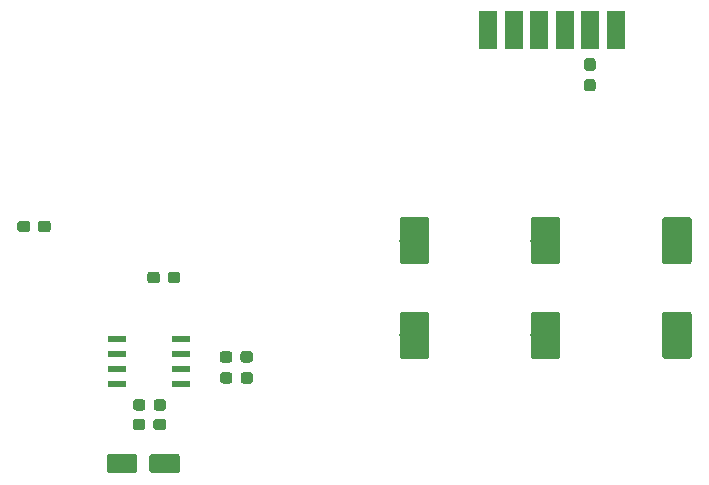
<source format=gtp>
G04 #@! TF.GenerationSoftware,KiCad,Pcbnew,(5.1.0)-1*
G04 #@! TF.CreationDate,2019-06-07T12:29:43-04:00*
G04 #@! TF.ProjectId,PSX Breakout,50535820-4272-4656-916b-6f75742e6b69,rev?*
G04 #@! TF.SameCoordinates,Original*
G04 #@! TF.FileFunction,Paste,Top*
G04 #@! TF.FilePolarity,Positive*
%FSLAX46Y46*%
G04 Gerber Fmt 4.6, Leading zero omitted, Abs format (unit mm)*
G04 Created by KiCad (PCBNEW (5.1.0)-1) date 2019-06-07 12:29:43*
%MOMM*%
%LPD*%
G04 APERTURE LIST*
%ADD10R,1.500000X3.200000*%
%ADD11C,0.100000*%
%ADD12C,0.950000*%
%ADD13C,2.500000*%
%ADD14C,1.600000*%
%ADD15R,1.550000X0.600000*%
G04 APERTURE END LIST*
D10*
X145950000Y-61750000D03*
X135131818Y-61750000D03*
X137295454Y-61750000D03*
X139459090Y-61750000D03*
X141622726Y-61750000D03*
X143786362Y-61750000D03*
D11*
G36*
X96134779Y-77885144D02*
G01*
X96157834Y-77888563D01*
X96180443Y-77894227D01*
X96202387Y-77902079D01*
X96223457Y-77912044D01*
X96243448Y-77924026D01*
X96262168Y-77937910D01*
X96279438Y-77953562D01*
X96295090Y-77970832D01*
X96308974Y-77989552D01*
X96320956Y-78009543D01*
X96330921Y-78030613D01*
X96338773Y-78052557D01*
X96344437Y-78075166D01*
X96347856Y-78098221D01*
X96349000Y-78121500D01*
X96349000Y-78596500D01*
X96347856Y-78619779D01*
X96344437Y-78642834D01*
X96338773Y-78665443D01*
X96330921Y-78687387D01*
X96320956Y-78708457D01*
X96308974Y-78728448D01*
X96295090Y-78747168D01*
X96279438Y-78764438D01*
X96262168Y-78780090D01*
X96243448Y-78793974D01*
X96223457Y-78805956D01*
X96202387Y-78815921D01*
X96180443Y-78823773D01*
X96157834Y-78829437D01*
X96134779Y-78832856D01*
X96111500Y-78834000D01*
X95536500Y-78834000D01*
X95513221Y-78832856D01*
X95490166Y-78829437D01*
X95467557Y-78823773D01*
X95445613Y-78815921D01*
X95424543Y-78805956D01*
X95404552Y-78793974D01*
X95385832Y-78780090D01*
X95368562Y-78764438D01*
X95352910Y-78747168D01*
X95339026Y-78728448D01*
X95327044Y-78708457D01*
X95317079Y-78687387D01*
X95309227Y-78665443D01*
X95303563Y-78642834D01*
X95300144Y-78619779D01*
X95299000Y-78596500D01*
X95299000Y-78121500D01*
X95300144Y-78098221D01*
X95303563Y-78075166D01*
X95309227Y-78052557D01*
X95317079Y-78030613D01*
X95327044Y-78009543D01*
X95339026Y-77989552D01*
X95352910Y-77970832D01*
X95368562Y-77953562D01*
X95385832Y-77937910D01*
X95404552Y-77924026D01*
X95424543Y-77912044D01*
X95445613Y-77902079D01*
X95467557Y-77894227D01*
X95490166Y-77888563D01*
X95513221Y-77885144D01*
X95536500Y-77884000D01*
X96111500Y-77884000D01*
X96134779Y-77885144D01*
X96134779Y-77885144D01*
G37*
D12*
X95824000Y-78359000D03*
D11*
G36*
X97884779Y-77885144D02*
G01*
X97907834Y-77888563D01*
X97930443Y-77894227D01*
X97952387Y-77902079D01*
X97973457Y-77912044D01*
X97993448Y-77924026D01*
X98012168Y-77937910D01*
X98029438Y-77953562D01*
X98045090Y-77970832D01*
X98058974Y-77989552D01*
X98070956Y-78009543D01*
X98080921Y-78030613D01*
X98088773Y-78052557D01*
X98094437Y-78075166D01*
X98097856Y-78098221D01*
X98099000Y-78121500D01*
X98099000Y-78596500D01*
X98097856Y-78619779D01*
X98094437Y-78642834D01*
X98088773Y-78665443D01*
X98080921Y-78687387D01*
X98070956Y-78708457D01*
X98058974Y-78728448D01*
X98045090Y-78747168D01*
X98029438Y-78764438D01*
X98012168Y-78780090D01*
X97993448Y-78793974D01*
X97973457Y-78805956D01*
X97952387Y-78815921D01*
X97930443Y-78823773D01*
X97907834Y-78829437D01*
X97884779Y-78832856D01*
X97861500Y-78834000D01*
X97286500Y-78834000D01*
X97263221Y-78832856D01*
X97240166Y-78829437D01*
X97217557Y-78823773D01*
X97195613Y-78815921D01*
X97174543Y-78805956D01*
X97154552Y-78793974D01*
X97135832Y-78780090D01*
X97118562Y-78764438D01*
X97102910Y-78747168D01*
X97089026Y-78728448D01*
X97077044Y-78708457D01*
X97067079Y-78687387D01*
X97059227Y-78665443D01*
X97053563Y-78642834D01*
X97050144Y-78619779D01*
X97049000Y-78596500D01*
X97049000Y-78121500D01*
X97050144Y-78098221D01*
X97053563Y-78075166D01*
X97059227Y-78052557D01*
X97067079Y-78030613D01*
X97077044Y-78009543D01*
X97089026Y-77989552D01*
X97102910Y-77970832D01*
X97118562Y-77953562D01*
X97135832Y-77937910D01*
X97154552Y-77924026D01*
X97174543Y-77912044D01*
X97195613Y-77902079D01*
X97217557Y-77894227D01*
X97240166Y-77888563D01*
X97263221Y-77885144D01*
X97286500Y-77884000D01*
X97861500Y-77884000D01*
X97884779Y-77885144D01*
X97884779Y-77885144D01*
G37*
D12*
X97574000Y-78359000D03*
D11*
G36*
X141024504Y-77567204D02*
G01*
X141048773Y-77570804D01*
X141072571Y-77576765D01*
X141095671Y-77585030D01*
X141117849Y-77595520D01*
X141138893Y-77608133D01*
X141158598Y-77622747D01*
X141176777Y-77639223D01*
X141193253Y-77657402D01*
X141207867Y-77677107D01*
X141220480Y-77698151D01*
X141230970Y-77720329D01*
X141239235Y-77743429D01*
X141245196Y-77767227D01*
X141248796Y-77791496D01*
X141250000Y-77816000D01*
X141250000Y-81316000D01*
X141248796Y-81340504D01*
X141245196Y-81364773D01*
X141239235Y-81388571D01*
X141230970Y-81411671D01*
X141220480Y-81433849D01*
X141207867Y-81454893D01*
X141193253Y-81474598D01*
X141176777Y-81492777D01*
X141158598Y-81509253D01*
X141138893Y-81523867D01*
X141117849Y-81536480D01*
X141095671Y-81546970D01*
X141072571Y-81555235D01*
X141048773Y-81561196D01*
X141024504Y-81564796D01*
X141000000Y-81566000D01*
X139000000Y-81566000D01*
X138975496Y-81564796D01*
X138951227Y-81561196D01*
X138927429Y-81555235D01*
X138904329Y-81546970D01*
X138882151Y-81536480D01*
X138861107Y-81523867D01*
X138841402Y-81509253D01*
X138823223Y-81492777D01*
X138806747Y-81474598D01*
X138792133Y-81454893D01*
X138779520Y-81433849D01*
X138769030Y-81411671D01*
X138760765Y-81388571D01*
X138754804Y-81364773D01*
X138751204Y-81340504D01*
X138750000Y-81316000D01*
X138750000Y-77816000D01*
X138751204Y-77791496D01*
X138754804Y-77767227D01*
X138760765Y-77743429D01*
X138769030Y-77720329D01*
X138779520Y-77698151D01*
X138792133Y-77677107D01*
X138806747Y-77657402D01*
X138823223Y-77639223D01*
X138841402Y-77622747D01*
X138861107Y-77608133D01*
X138882151Y-77595520D01*
X138904329Y-77585030D01*
X138927429Y-77576765D01*
X138951227Y-77570804D01*
X138975496Y-77567204D01*
X139000000Y-77566000D01*
X141000000Y-77566000D01*
X141024504Y-77567204D01*
X141024504Y-77567204D01*
G37*
D13*
X140000000Y-79566000D03*
D11*
G36*
X141024504Y-85567204D02*
G01*
X141048773Y-85570804D01*
X141072571Y-85576765D01*
X141095671Y-85585030D01*
X141117849Y-85595520D01*
X141138893Y-85608133D01*
X141158598Y-85622747D01*
X141176777Y-85639223D01*
X141193253Y-85657402D01*
X141207867Y-85677107D01*
X141220480Y-85698151D01*
X141230970Y-85720329D01*
X141239235Y-85743429D01*
X141245196Y-85767227D01*
X141248796Y-85791496D01*
X141250000Y-85816000D01*
X141250000Y-89316000D01*
X141248796Y-89340504D01*
X141245196Y-89364773D01*
X141239235Y-89388571D01*
X141230970Y-89411671D01*
X141220480Y-89433849D01*
X141207867Y-89454893D01*
X141193253Y-89474598D01*
X141176777Y-89492777D01*
X141158598Y-89509253D01*
X141138893Y-89523867D01*
X141117849Y-89536480D01*
X141095671Y-89546970D01*
X141072571Y-89555235D01*
X141048773Y-89561196D01*
X141024504Y-89564796D01*
X141000000Y-89566000D01*
X139000000Y-89566000D01*
X138975496Y-89564796D01*
X138951227Y-89561196D01*
X138927429Y-89555235D01*
X138904329Y-89546970D01*
X138882151Y-89536480D01*
X138861107Y-89523867D01*
X138841402Y-89509253D01*
X138823223Y-89492777D01*
X138806747Y-89474598D01*
X138792133Y-89454893D01*
X138779520Y-89433849D01*
X138769030Y-89411671D01*
X138760765Y-89388571D01*
X138754804Y-89364773D01*
X138751204Y-89340504D01*
X138750000Y-89316000D01*
X138750000Y-85816000D01*
X138751204Y-85791496D01*
X138754804Y-85767227D01*
X138760765Y-85743429D01*
X138769030Y-85720329D01*
X138779520Y-85698151D01*
X138792133Y-85677107D01*
X138806747Y-85657402D01*
X138823223Y-85639223D01*
X138841402Y-85622747D01*
X138861107Y-85608133D01*
X138882151Y-85595520D01*
X138904329Y-85585030D01*
X138927429Y-85576765D01*
X138951227Y-85570804D01*
X138975496Y-85567204D01*
X139000000Y-85566000D01*
X141000000Y-85566000D01*
X141024504Y-85567204D01*
X141024504Y-85567204D01*
G37*
D13*
X140000000Y-87566000D03*
D11*
G36*
X152154504Y-85567204D02*
G01*
X152178773Y-85570804D01*
X152202571Y-85576765D01*
X152225671Y-85585030D01*
X152247849Y-85595520D01*
X152268893Y-85608133D01*
X152288598Y-85622747D01*
X152306777Y-85639223D01*
X152323253Y-85657402D01*
X152337867Y-85677107D01*
X152350480Y-85698151D01*
X152360970Y-85720329D01*
X152369235Y-85743429D01*
X152375196Y-85767227D01*
X152378796Y-85791496D01*
X152380000Y-85816000D01*
X152380000Y-89316000D01*
X152378796Y-89340504D01*
X152375196Y-89364773D01*
X152369235Y-89388571D01*
X152360970Y-89411671D01*
X152350480Y-89433849D01*
X152337867Y-89454893D01*
X152323253Y-89474598D01*
X152306777Y-89492777D01*
X152288598Y-89509253D01*
X152268893Y-89523867D01*
X152247849Y-89536480D01*
X152225671Y-89546970D01*
X152202571Y-89555235D01*
X152178773Y-89561196D01*
X152154504Y-89564796D01*
X152130000Y-89566000D01*
X150130000Y-89566000D01*
X150105496Y-89564796D01*
X150081227Y-89561196D01*
X150057429Y-89555235D01*
X150034329Y-89546970D01*
X150012151Y-89536480D01*
X149991107Y-89523867D01*
X149971402Y-89509253D01*
X149953223Y-89492777D01*
X149936747Y-89474598D01*
X149922133Y-89454893D01*
X149909520Y-89433849D01*
X149899030Y-89411671D01*
X149890765Y-89388571D01*
X149884804Y-89364773D01*
X149881204Y-89340504D01*
X149880000Y-89316000D01*
X149880000Y-85816000D01*
X149881204Y-85791496D01*
X149884804Y-85767227D01*
X149890765Y-85743429D01*
X149899030Y-85720329D01*
X149909520Y-85698151D01*
X149922133Y-85677107D01*
X149936747Y-85657402D01*
X149953223Y-85639223D01*
X149971402Y-85622747D01*
X149991107Y-85608133D01*
X150012151Y-85595520D01*
X150034329Y-85585030D01*
X150057429Y-85576765D01*
X150081227Y-85570804D01*
X150105496Y-85567204D01*
X150130000Y-85566000D01*
X152130000Y-85566000D01*
X152154504Y-85567204D01*
X152154504Y-85567204D01*
G37*
D13*
X151130000Y-87566000D03*
D11*
G36*
X152154504Y-77567204D02*
G01*
X152178773Y-77570804D01*
X152202571Y-77576765D01*
X152225671Y-77585030D01*
X152247849Y-77595520D01*
X152268893Y-77608133D01*
X152288598Y-77622747D01*
X152306777Y-77639223D01*
X152323253Y-77657402D01*
X152337867Y-77677107D01*
X152350480Y-77698151D01*
X152360970Y-77720329D01*
X152369235Y-77743429D01*
X152375196Y-77767227D01*
X152378796Y-77791496D01*
X152380000Y-77816000D01*
X152380000Y-81316000D01*
X152378796Y-81340504D01*
X152375196Y-81364773D01*
X152369235Y-81388571D01*
X152360970Y-81411671D01*
X152350480Y-81433849D01*
X152337867Y-81454893D01*
X152323253Y-81474598D01*
X152306777Y-81492777D01*
X152288598Y-81509253D01*
X152268893Y-81523867D01*
X152247849Y-81536480D01*
X152225671Y-81546970D01*
X152202571Y-81555235D01*
X152178773Y-81561196D01*
X152154504Y-81564796D01*
X152130000Y-81566000D01*
X150130000Y-81566000D01*
X150105496Y-81564796D01*
X150081227Y-81561196D01*
X150057429Y-81555235D01*
X150034329Y-81546970D01*
X150012151Y-81536480D01*
X149991107Y-81523867D01*
X149971402Y-81509253D01*
X149953223Y-81492777D01*
X149936747Y-81474598D01*
X149922133Y-81454893D01*
X149909520Y-81433849D01*
X149899030Y-81411671D01*
X149890765Y-81388571D01*
X149884804Y-81364773D01*
X149881204Y-81340504D01*
X149880000Y-81316000D01*
X149880000Y-77816000D01*
X149881204Y-77791496D01*
X149884804Y-77767227D01*
X149890765Y-77743429D01*
X149899030Y-77720329D01*
X149909520Y-77698151D01*
X149922133Y-77677107D01*
X149936747Y-77657402D01*
X149953223Y-77639223D01*
X149971402Y-77622747D01*
X149991107Y-77608133D01*
X150012151Y-77595520D01*
X150034329Y-77585030D01*
X150057429Y-77576765D01*
X150081227Y-77570804D01*
X150105496Y-77567204D01*
X150130000Y-77566000D01*
X152130000Y-77566000D01*
X152154504Y-77567204D01*
X152154504Y-77567204D01*
G37*
D13*
X151130000Y-79566000D03*
D11*
G36*
X129929504Y-77567204D02*
G01*
X129953773Y-77570804D01*
X129977571Y-77576765D01*
X130000671Y-77585030D01*
X130022849Y-77595520D01*
X130043893Y-77608133D01*
X130063598Y-77622747D01*
X130081777Y-77639223D01*
X130098253Y-77657402D01*
X130112867Y-77677107D01*
X130125480Y-77698151D01*
X130135970Y-77720329D01*
X130144235Y-77743429D01*
X130150196Y-77767227D01*
X130153796Y-77791496D01*
X130155000Y-77816000D01*
X130155000Y-81316000D01*
X130153796Y-81340504D01*
X130150196Y-81364773D01*
X130144235Y-81388571D01*
X130135970Y-81411671D01*
X130125480Y-81433849D01*
X130112867Y-81454893D01*
X130098253Y-81474598D01*
X130081777Y-81492777D01*
X130063598Y-81509253D01*
X130043893Y-81523867D01*
X130022849Y-81536480D01*
X130000671Y-81546970D01*
X129977571Y-81555235D01*
X129953773Y-81561196D01*
X129929504Y-81564796D01*
X129905000Y-81566000D01*
X127905000Y-81566000D01*
X127880496Y-81564796D01*
X127856227Y-81561196D01*
X127832429Y-81555235D01*
X127809329Y-81546970D01*
X127787151Y-81536480D01*
X127766107Y-81523867D01*
X127746402Y-81509253D01*
X127728223Y-81492777D01*
X127711747Y-81474598D01*
X127697133Y-81454893D01*
X127684520Y-81433849D01*
X127674030Y-81411671D01*
X127665765Y-81388571D01*
X127659804Y-81364773D01*
X127656204Y-81340504D01*
X127655000Y-81316000D01*
X127655000Y-77816000D01*
X127656204Y-77791496D01*
X127659804Y-77767227D01*
X127665765Y-77743429D01*
X127674030Y-77720329D01*
X127684520Y-77698151D01*
X127697133Y-77677107D01*
X127711747Y-77657402D01*
X127728223Y-77639223D01*
X127746402Y-77622747D01*
X127766107Y-77608133D01*
X127787151Y-77595520D01*
X127809329Y-77585030D01*
X127832429Y-77576765D01*
X127856227Y-77570804D01*
X127880496Y-77567204D01*
X127905000Y-77566000D01*
X129905000Y-77566000D01*
X129929504Y-77567204D01*
X129929504Y-77567204D01*
G37*
D13*
X128905000Y-79566000D03*
D11*
G36*
X129929504Y-85567204D02*
G01*
X129953773Y-85570804D01*
X129977571Y-85576765D01*
X130000671Y-85585030D01*
X130022849Y-85595520D01*
X130043893Y-85608133D01*
X130063598Y-85622747D01*
X130081777Y-85639223D01*
X130098253Y-85657402D01*
X130112867Y-85677107D01*
X130125480Y-85698151D01*
X130135970Y-85720329D01*
X130144235Y-85743429D01*
X130150196Y-85767227D01*
X130153796Y-85791496D01*
X130155000Y-85816000D01*
X130155000Y-89316000D01*
X130153796Y-89340504D01*
X130150196Y-89364773D01*
X130144235Y-89388571D01*
X130135970Y-89411671D01*
X130125480Y-89433849D01*
X130112867Y-89454893D01*
X130098253Y-89474598D01*
X130081777Y-89492777D01*
X130063598Y-89509253D01*
X130043893Y-89523867D01*
X130022849Y-89536480D01*
X130000671Y-89546970D01*
X129977571Y-89555235D01*
X129953773Y-89561196D01*
X129929504Y-89564796D01*
X129905000Y-89566000D01*
X127905000Y-89566000D01*
X127880496Y-89564796D01*
X127856227Y-89561196D01*
X127832429Y-89555235D01*
X127809329Y-89546970D01*
X127787151Y-89536480D01*
X127766107Y-89523867D01*
X127746402Y-89509253D01*
X127728223Y-89492777D01*
X127711747Y-89474598D01*
X127697133Y-89454893D01*
X127684520Y-89433849D01*
X127674030Y-89411671D01*
X127665765Y-89388571D01*
X127659804Y-89364773D01*
X127656204Y-89340504D01*
X127655000Y-89316000D01*
X127655000Y-85816000D01*
X127656204Y-85791496D01*
X127659804Y-85767227D01*
X127665765Y-85743429D01*
X127674030Y-85720329D01*
X127684520Y-85698151D01*
X127697133Y-85677107D01*
X127711747Y-85657402D01*
X127728223Y-85639223D01*
X127746402Y-85622747D01*
X127766107Y-85608133D01*
X127787151Y-85595520D01*
X127809329Y-85585030D01*
X127832429Y-85576765D01*
X127856227Y-85570804D01*
X127880496Y-85567204D01*
X127905000Y-85566000D01*
X129905000Y-85566000D01*
X129929504Y-85567204D01*
X129929504Y-85567204D01*
G37*
D13*
X128905000Y-87566000D03*
D11*
G36*
X105230504Y-97626204D02*
G01*
X105254773Y-97629804D01*
X105278571Y-97635765D01*
X105301671Y-97644030D01*
X105323849Y-97654520D01*
X105344893Y-97667133D01*
X105364598Y-97681747D01*
X105382777Y-97698223D01*
X105399253Y-97716402D01*
X105413867Y-97736107D01*
X105426480Y-97757151D01*
X105436970Y-97779329D01*
X105445235Y-97802429D01*
X105451196Y-97826227D01*
X105454796Y-97850496D01*
X105456000Y-97875000D01*
X105456000Y-98975000D01*
X105454796Y-98999504D01*
X105451196Y-99023773D01*
X105445235Y-99047571D01*
X105436970Y-99070671D01*
X105426480Y-99092849D01*
X105413867Y-99113893D01*
X105399253Y-99133598D01*
X105382777Y-99151777D01*
X105364598Y-99168253D01*
X105344893Y-99182867D01*
X105323849Y-99195480D01*
X105301671Y-99205970D01*
X105278571Y-99214235D01*
X105254773Y-99220196D01*
X105230504Y-99223796D01*
X105206000Y-99225000D01*
X103106000Y-99225000D01*
X103081496Y-99223796D01*
X103057227Y-99220196D01*
X103033429Y-99214235D01*
X103010329Y-99205970D01*
X102988151Y-99195480D01*
X102967107Y-99182867D01*
X102947402Y-99168253D01*
X102929223Y-99151777D01*
X102912747Y-99133598D01*
X102898133Y-99113893D01*
X102885520Y-99092849D01*
X102875030Y-99070671D01*
X102866765Y-99047571D01*
X102860804Y-99023773D01*
X102857204Y-98999504D01*
X102856000Y-98975000D01*
X102856000Y-97875000D01*
X102857204Y-97850496D01*
X102860804Y-97826227D01*
X102866765Y-97802429D01*
X102875030Y-97779329D01*
X102885520Y-97757151D01*
X102898133Y-97736107D01*
X102912747Y-97716402D01*
X102929223Y-97698223D01*
X102947402Y-97681747D01*
X102967107Y-97667133D01*
X102988151Y-97654520D01*
X103010329Y-97644030D01*
X103033429Y-97635765D01*
X103057227Y-97629804D01*
X103081496Y-97626204D01*
X103106000Y-97625000D01*
X105206000Y-97625000D01*
X105230504Y-97626204D01*
X105230504Y-97626204D01*
G37*
D14*
X104156000Y-98425000D03*
D11*
G36*
X108830504Y-97626204D02*
G01*
X108854773Y-97629804D01*
X108878571Y-97635765D01*
X108901671Y-97644030D01*
X108923849Y-97654520D01*
X108944893Y-97667133D01*
X108964598Y-97681747D01*
X108982777Y-97698223D01*
X108999253Y-97716402D01*
X109013867Y-97736107D01*
X109026480Y-97757151D01*
X109036970Y-97779329D01*
X109045235Y-97802429D01*
X109051196Y-97826227D01*
X109054796Y-97850496D01*
X109056000Y-97875000D01*
X109056000Y-98975000D01*
X109054796Y-98999504D01*
X109051196Y-99023773D01*
X109045235Y-99047571D01*
X109036970Y-99070671D01*
X109026480Y-99092849D01*
X109013867Y-99113893D01*
X108999253Y-99133598D01*
X108982777Y-99151777D01*
X108964598Y-99168253D01*
X108944893Y-99182867D01*
X108923849Y-99195480D01*
X108901671Y-99205970D01*
X108878571Y-99214235D01*
X108854773Y-99220196D01*
X108830504Y-99223796D01*
X108806000Y-99225000D01*
X106706000Y-99225000D01*
X106681496Y-99223796D01*
X106657227Y-99220196D01*
X106633429Y-99214235D01*
X106610329Y-99205970D01*
X106588151Y-99195480D01*
X106567107Y-99182867D01*
X106547402Y-99168253D01*
X106529223Y-99151777D01*
X106512747Y-99133598D01*
X106498133Y-99113893D01*
X106485520Y-99092849D01*
X106475030Y-99070671D01*
X106466765Y-99047571D01*
X106460804Y-99023773D01*
X106457204Y-98999504D01*
X106456000Y-98975000D01*
X106456000Y-97875000D01*
X106457204Y-97850496D01*
X106460804Y-97826227D01*
X106466765Y-97802429D01*
X106475030Y-97779329D01*
X106485520Y-97757151D01*
X106498133Y-97736107D01*
X106512747Y-97716402D01*
X106529223Y-97698223D01*
X106547402Y-97681747D01*
X106567107Y-97667133D01*
X106588151Y-97654520D01*
X106610329Y-97644030D01*
X106633429Y-97635765D01*
X106657227Y-97629804D01*
X106681496Y-97626204D01*
X106706000Y-97625000D01*
X108806000Y-97625000D01*
X108830504Y-97626204D01*
X108830504Y-97626204D01*
G37*
D14*
X107756000Y-98425000D03*
D11*
G36*
X105913779Y-92998144D02*
G01*
X105936834Y-93001563D01*
X105959443Y-93007227D01*
X105981387Y-93015079D01*
X106002457Y-93025044D01*
X106022448Y-93037026D01*
X106041168Y-93050910D01*
X106058438Y-93066562D01*
X106074090Y-93083832D01*
X106087974Y-93102552D01*
X106099956Y-93122543D01*
X106109921Y-93143613D01*
X106117773Y-93165557D01*
X106123437Y-93188166D01*
X106126856Y-93211221D01*
X106128000Y-93234500D01*
X106128000Y-93709500D01*
X106126856Y-93732779D01*
X106123437Y-93755834D01*
X106117773Y-93778443D01*
X106109921Y-93800387D01*
X106099956Y-93821457D01*
X106087974Y-93841448D01*
X106074090Y-93860168D01*
X106058438Y-93877438D01*
X106041168Y-93893090D01*
X106022448Y-93906974D01*
X106002457Y-93918956D01*
X105981387Y-93928921D01*
X105959443Y-93936773D01*
X105936834Y-93942437D01*
X105913779Y-93945856D01*
X105890500Y-93947000D01*
X105315500Y-93947000D01*
X105292221Y-93945856D01*
X105269166Y-93942437D01*
X105246557Y-93936773D01*
X105224613Y-93928921D01*
X105203543Y-93918956D01*
X105183552Y-93906974D01*
X105164832Y-93893090D01*
X105147562Y-93877438D01*
X105131910Y-93860168D01*
X105118026Y-93841448D01*
X105106044Y-93821457D01*
X105096079Y-93800387D01*
X105088227Y-93778443D01*
X105082563Y-93755834D01*
X105079144Y-93732779D01*
X105078000Y-93709500D01*
X105078000Y-93234500D01*
X105079144Y-93211221D01*
X105082563Y-93188166D01*
X105088227Y-93165557D01*
X105096079Y-93143613D01*
X105106044Y-93122543D01*
X105118026Y-93102552D01*
X105131910Y-93083832D01*
X105147562Y-93066562D01*
X105164832Y-93050910D01*
X105183552Y-93037026D01*
X105203543Y-93025044D01*
X105224613Y-93015079D01*
X105246557Y-93007227D01*
X105269166Y-93001563D01*
X105292221Y-92998144D01*
X105315500Y-92997000D01*
X105890500Y-92997000D01*
X105913779Y-92998144D01*
X105913779Y-92998144D01*
G37*
D12*
X105603000Y-93472000D03*
D11*
G36*
X107663779Y-92998144D02*
G01*
X107686834Y-93001563D01*
X107709443Y-93007227D01*
X107731387Y-93015079D01*
X107752457Y-93025044D01*
X107772448Y-93037026D01*
X107791168Y-93050910D01*
X107808438Y-93066562D01*
X107824090Y-93083832D01*
X107837974Y-93102552D01*
X107849956Y-93122543D01*
X107859921Y-93143613D01*
X107867773Y-93165557D01*
X107873437Y-93188166D01*
X107876856Y-93211221D01*
X107878000Y-93234500D01*
X107878000Y-93709500D01*
X107876856Y-93732779D01*
X107873437Y-93755834D01*
X107867773Y-93778443D01*
X107859921Y-93800387D01*
X107849956Y-93821457D01*
X107837974Y-93841448D01*
X107824090Y-93860168D01*
X107808438Y-93877438D01*
X107791168Y-93893090D01*
X107772448Y-93906974D01*
X107752457Y-93918956D01*
X107731387Y-93928921D01*
X107709443Y-93936773D01*
X107686834Y-93942437D01*
X107663779Y-93945856D01*
X107640500Y-93947000D01*
X107065500Y-93947000D01*
X107042221Y-93945856D01*
X107019166Y-93942437D01*
X106996557Y-93936773D01*
X106974613Y-93928921D01*
X106953543Y-93918956D01*
X106933552Y-93906974D01*
X106914832Y-93893090D01*
X106897562Y-93877438D01*
X106881910Y-93860168D01*
X106868026Y-93841448D01*
X106856044Y-93821457D01*
X106846079Y-93800387D01*
X106838227Y-93778443D01*
X106832563Y-93755834D01*
X106829144Y-93732779D01*
X106828000Y-93709500D01*
X106828000Y-93234500D01*
X106829144Y-93211221D01*
X106832563Y-93188166D01*
X106838227Y-93165557D01*
X106846079Y-93143613D01*
X106856044Y-93122543D01*
X106868026Y-93102552D01*
X106881910Y-93083832D01*
X106897562Y-93066562D01*
X106914832Y-93050910D01*
X106933552Y-93037026D01*
X106953543Y-93025044D01*
X106974613Y-93015079D01*
X106996557Y-93007227D01*
X107019166Y-93001563D01*
X107042221Y-92998144D01*
X107065500Y-92997000D01*
X107640500Y-92997000D01*
X107663779Y-92998144D01*
X107663779Y-92998144D01*
G37*
D12*
X107353000Y-93472000D03*
D11*
G36*
X107649779Y-94649144D02*
G01*
X107672834Y-94652563D01*
X107695443Y-94658227D01*
X107717387Y-94666079D01*
X107738457Y-94676044D01*
X107758448Y-94688026D01*
X107777168Y-94701910D01*
X107794438Y-94717562D01*
X107810090Y-94734832D01*
X107823974Y-94753552D01*
X107835956Y-94773543D01*
X107845921Y-94794613D01*
X107853773Y-94816557D01*
X107859437Y-94839166D01*
X107862856Y-94862221D01*
X107864000Y-94885500D01*
X107864000Y-95360500D01*
X107862856Y-95383779D01*
X107859437Y-95406834D01*
X107853773Y-95429443D01*
X107845921Y-95451387D01*
X107835956Y-95472457D01*
X107823974Y-95492448D01*
X107810090Y-95511168D01*
X107794438Y-95528438D01*
X107777168Y-95544090D01*
X107758448Y-95557974D01*
X107738457Y-95569956D01*
X107717387Y-95579921D01*
X107695443Y-95587773D01*
X107672834Y-95593437D01*
X107649779Y-95596856D01*
X107626500Y-95598000D01*
X107051500Y-95598000D01*
X107028221Y-95596856D01*
X107005166Y-95593437D01*
X106982557Y-95587773D01*
X106960613Y-95579921D01*
X106939543Y-95569956D01*
X106919552Y-95557974D01*
X106900832Y-95544090D01*
X106883562Y-95528438D01*
X106867910Y-95511168D01*
X106854026Y-95492448D01*
X106842044Y-95472457D01*
X106832079Y-95451387D01*
X106824227Y-95429443D01*
X106818563Y-95406834D01*
X106815144Y-95383779D01*
X106814000Y-95360500D01*
X106814000Y-94885500D01*
X106815144Y-94862221D01*
X106818563Y-94839166D01*
X106824227Y-94816557D01*
X106832079Y-94794613D01*
X106842044Y-94773543D01*
X106854026Y-94753552D01*
X106867910Y-94734832D01*
X106883562Y-94717562D01*
X106900832Y-94701910D01*
X106919552Y-94688026D01*
X106939543Y-94676044D01*
X106960613Y-94666079D01*
X106982557Y-94658227D01*
X107005166Y-94652563D01*
X107028221Y-94649144D01*
X107051500Y-94648000D01*
X107626500Y-94648000D01*
X107649779Y-94649144D01*
X107649779Y-94649144D01*
G37*
D12*
X107339000Y-95123000D03*
D11*
G36*
X105899779Y-94649144D02*
G01*
X105922834Y-94652563D01*
X105945443Y-94658227D01*
X105967387Y-94666079D01*
X105988457Y-94676044D01*
X106008448Y-94688026D01*
X106027168Y-94701910D01*
X106044438Y-94717562D01*
X106060090Y-94734832D01*
X106073974Y-94753552D01*
X106085956Y-94773543D01*
X106095921Y-94794613D01*
X106103773Y-94816557D01*
X106109437Y-94839166D01*
X106112856Y-94862221D01*
X106114000Y-94885500D01*
X106114000Y-95360500D01*
X106112856Y-95383779D01*
X106109437Y-95406834D01*
X106103773Y-95429443D01*
X106095921Y-95451387D01*
X106085956Y-95472457D01*
X106073974Y-95492448D01*
X106060090Y-95511168D01*
X106044438Y-95528438D01*
X106027168Y-95544090D01*
X106008448Y-95557974D01*
X105988457Y-95569956D01*
X105967387Y-95579921D01*
X105945443Y-95587773D01*
X105922834Y-95593437D01*
X105899779Y-95596856D01*
X105876500Y-95598000D01*
X105301500Y-95598000D01*
X105278221Y-95596856D01*
X105255166Y-95593437D01*
X105232557Y-95587773D01*
X105210613Y-95579921D01*
X105189543Y-95569956D01*
X105169552Y-95557974D01*
X105150832Y-95544090D01*
X105133562Y-95528438D01*
X105117910Y-95511168D01*
X105104026Y-95492448D01*
X105092044Y-95472457D01*
X105082079Y-95451387D01*
X105074227Y-95429443D01*
X105068563Y-95406834D01*
X105065144Y-95383779D01*
X105064000Y-95360500D01*
X105064000Y-94885500D01*
X105065144Y-94862221D01*
X105068563Y-94839166D01*
X105074227Y-94816557D01*
X105082079Y-94794613D01*
X105092044Y-94773543D01*
X105104026Y-94753552D01*
X105117910Y-94734832D01*
X105133562Y-94717562D01*
X105150832Y-94701910D01*
X105169552Y-94688026D01*
X105189543Y-94676044D01*
X105210613Y-94666079D01*
X105232557Y-94658227D01*
X105255166Y-94652563D01*
X105278221Y-94649144D01*
X105301500Y-94648000D01*
X105876500Y-94648000D01*
X105899779Y-94649144D01*
X105899779Y-94649144D01*
G37*
D12*
X105589000Y-95123000D03*
D11*
G36*
X113279779Y-90712144D02*
G01*
X113302834Y-90715563D01*
X113325443Y-90721227D01*
X113347387Y-90729079D01*
X113368457Y-90739044D01*
X113388448Y-90751026D01*
X113407168Y-90764910D01*
X113424438Y-90780562D01*
X113440090Y-90797832D01*
X113453974Y-90816552D01*
X113465956Y-90836543D01*
X113475921Y-90857613D01*
X113483773Y-90879557D01*
X113489437Y-90902166D01*
X113492856Y-90925221D01*
X113494000Y-90948500D01*
X113494000Y-91423500D01*
X113492856Y-91446779D01*
X113489437Y-91469834D01*
X113483773Y-91492443D01*
X113475921Y-91514387D01*
X113465956Y-91535457D01*
X113453974Y-91555448D01*
X113440090Y-91574168D01*
X113424438Y-91591438D01*
X113407168Y-91607090D01*
X113388448Y-91620974D01*
X113368457Y-91632956D01*
X113347387Y-91642921D01*
X113325443Y-91650773D01*
X113302834Y-91656437D01*
X113279779Y-91659856D01*
X113256500Y-91661000D01*
X112681500Y-91661000D01*
X112658221Y-91659856D01*
X112635166Y-91656437D01*
X112612557Y-91650773D01*
X112590613Y-91642921D01*
X112569543Y-91632956D01*
X112549552Y-91620974D01*
X112530832Y-91607090D01*
X112513562Y-91591438D01*
X112497910Y-91574168D01*
X112484026Y-91555448D01*
X112472044Y-91535457D01*
X112462079Y-91514387D01*
X112454227Y-91492443D01*
X112448563Y-91469834D01*
X112445144Y-91446779D01*
X112444000Y-91423500D01*
X112444000Y-90948500D01*
X112445144Y-90925221D01*
X112448563Y-90902166D01*
X112454227Y-90879557D01*
X112462079Y-90857613D01*
X112472044Y-90836543D01*
X112484026Y-90816552D01*
X112497910Y-90797832D01*
X112513562Y-90780562D01*
X112530832Y-90764910D01*
X112549552Y-90751026D01*
X112569543Y-90739044D01*
X112590613Y-90729079D01*
X112612557Y-90721227D01*
X112635166Y-90715563D01*
X112658221Y-90712144D01*
X112681500Y-90711000D01*
X113256500Y-90711000D01*
X113279779Y-90712144D01*
X113279779Y-90712144D01*
G37*
D12*
X112969000Y-91186000D03*
D11*
G36*
X115029779Y-90712144D02*
G01*
X115052834Y-90715563D01*
X115075443Y-90721227D01*
X115097387Y-90729079D01*
X115118457Y-90739044D01*
X115138448Y-90751026D01*
X115157168Y-90764910D01*
X115174438Y-90780562D01*
X115190090Y-90797832D01*
X115203974Y-90816552D01*
X115215956Y-90836543D01*
X115225921Y-90857613D01*
X115233773Y-90879557D01*
X115239437Y-90902166D01*
X115242856Y-90925221D01*
X115244000Y-90948500D01*
X115244000Y-91423500D01*
X115242856Y-91446779D01*
X115239437Y-91469834D01*
X115233773Y-91492443D01*
X115225921Y-91514387D01*
X115215956Y-91535457D01*
X115203974Y-91555448D01*
X115190090Y-91574168D01*
X115174438Y-91591438D01*
X115157168Y-91607090D01*
X115138448Y-91620974D01*
X115118457Y-91632956D01*
X115097387Y-91642921D01*
X115075443Y-91650773D01*
X115052834Y-91656437D01*
X115029779Y-91659856D01*
X115006500Y-91661000D01*
X114431500Y-91661000D01*
X114408221Y-91659856D01*
X114385166Y-91656437D01*
X114362557Y-91650773D01*
X114340613Y-91642921D01*
X114319543Y-91632956D01*
X114299552Y-91620974D01*
X114280832Y-91607090D01*
X114263562Y-91591438D01*
X114247910Y-91574168D01*
X114234026Y-91555448D01*
X114222044Y-91535457D01*
X114212079Y-91514387D01*
X114204227Y-91492443D01*
X114198563Y-91469834D01*
X114195144Y-91446779D01*
X114194000Y-91423500D01*
X114194000Y-90948500D01*
X114195144Y-90925221D01*
X114198563Y-90902166D01*
X114204227Y-90879557D01*
X114212079Y-90857613D01*
X114222044Y-90836543D01*
X114234026Y-90816552D01*
X114247910Y-90797832D01*
X114263562Y-90780562D01*
X114280832Y-90764910D01*
X114299552Y-90751026D01*
X114319543Y-90739044D01*
X114340613Y-90729079D01*
X114362557Y-90721227D01*
X114385166Y-90715563D01*
X114408221Y-90712144D01*
X114431500Y-90711000D01*
X115006500Y-90711000D01*
X115029779Y-90712144D01*
X115029779Y-90712144D01*
G37*
D12*
X114719000Y-91186000D03*
D11*
G36*
X144024779Y-65883144D02*
G01*
X144047834Y-65886563D01*
X144070443Y-65892227D01*
X144092387Y-65900079D01*
X144113457Y-65910044D01*
X144133448Y-65922026D01*
X144152168Y-65935910D01*
X144169438Y-65951562D01*
X144185090Y-65968832D01*
X144198974Y-65987552D01*
X144210956Y-66007543D01*
X144220921Y-66028613D01*
X144228773Y-66050557D01*
X144234437Y-66073166D01*
X144237856Y-66096221D01*
X144239000Y-66119500D01*
X144239000Y-66694500D01*
X144237856Y-66717779D01*
X144234437Y-66740834D01*
X144228773Y-66763443D01*
X144220921Y-66785387D01*
X144210956Y-66806457D01*
X144198974Y-66826448D01*
X144185090Y-66845168D01*
X144169438Y-66862438D01*
X144152168Y-66878090D01*
X144133448Y-66891974D01*
X144113457Y-66903956D01*
X144092387Y-66913921D01*
X144070443Y-66921773D01*
X144047834Y-66927437D01*
X144024779Y-66930856D01*
X144001500Y-66932000D01*
X143526500Y-66932000D01*
X143503221Y-66930856D01*
X143480166Y-66927437D01*
X143457557Y-66921773D01*
X143435613Y-66913921D01*
X143414543Y-66903956D01*
X143394552Y-66891974D01*
X143375832Y-66878090D01*
X143358562Y-66862438D01*
X143342910Y-66845168D01*
X143329026Y-66826448D01*
X143317044Y-66806457D01*
X143307079Y-66785387D01*
X143299227Y-66763443D01*
X143293563Y-66740834D01*
X143290144Y-66717779D01*
X143289000Y-66694500D01*
X143289000Y-66119500D01*
X143290144Y-66096221D01*
X143293563Y-66073166D01*
X143299227Y-66050557D01*
X143307079Y-66028613D01*
X143317044Y-66007543D01*
X143329026Y-65987552D01*
X143342910Y-65968832D01*
X143358562Y-65951562D01*
X143375832Y-65935910D01*
X143394552Y-65922026D01*
X143414543Y-65910044D01*
X143435613Y-65900079D01*
X143457557Y-65892227D01*
X143480166Y-65886563D01*
X143503221Y-65883144D01*
X143526500Y-65882000D01*
X144001500Y-65882000D01*
X144024779Y-65883144D01*
X144024779Y-65883144D01*
G37*
D12*
X143764000Y-66407000D03*
D11*
G36*
X144024779Y-64133144D02*
G01*
X144047834Y-64136563D01*
X144070443Y-64142227D01*
X144092387Y-64150079D01*
X144113457Y-64160044D01*
X144133448Y-64172026D01*
X144152168Y-64185910D01*
X144169438Y-64201562D01*
X144185090Y-64218832D01*
X144198974Y-64237552D01*
X144210956Y-64257543D01*
X144220921Y-64278613D01*
X144228773Y-64300557D01*
X144234437Y-64323166D01*
X144237856Y-64346221D01*
X144239000Y-64369500D01*
X144239000Y-64944500D01*
X144237856Y-64967779D01*
X144234437Y-64990834D01*
X144228773Y-65013443D01*
X144220921Y-65035387D01*
X144210956Y-65056457D01*
X144198974Y-65076448D01*
X144185090Y-65095168D01*
X144169438Y-65112438D01*
X144152168Y-65128090D01*
X144133448Y-65141974D01*
X144113457Y-65153956D01*
X144092387Y-65163921D01*
X144070443Y-65171773D01*
X144047834Y-65177437D01*
X144024779Y-65180856D01*
X144001500Y-65182000D01*
X143526500Y-65182000D01*
X143503221Y-65180856D01*
X143480166Y-65177437D01*
X143457557Y-65171773D01*
X143435613Y-65163921D01*
X143414543Y-65153956D01*
X143394552Y-65141974D01*
X143375832Y-65128090D01*
X143358562Y-65112438D01*
X143342910Y-65095168D01*
X143329026Y-65076448D01*
X143317044Y-65056457D01*
X143307079Y-65035387D01*
X143299227Y-65013443D01*
X143293563Y-64990834D01*
X143290144Y-64967779D01*
X143289000Y-64944500D01*
X143289000Y-64369500D01*
X143290144Y-64346221D01*
X143293563Y-64323166D01*
X143299227Y-64300557D01*
X143307079Y-64278613D01*
X143317044Y-64257543D01*
X143329026Y-64237552D01*
X143342910Y-64218832D01*
X143358562Y-64201562D01*
X143375832Y-64185910D01*
X143394552Y-64172026D01*
X143414543Y-64160044D01*
X143435613Y-64150079D01*
X143457557Y-64142227D01*
X143480166Y-64136563D01*
X143503221Y-64133144D01*
X143526500Y-64132000D01*
X144001500Y-64132000D01*
X144024779Y-64133144D01*
X144024779Y-64133144D01*
G37*
D12*
X143764000Y-64657000D03*
D11*
G36*
X108881779Y-82203144D02*
G01*
X108904834Y-82206563D01*
X108927443Y-82212227D01*
X108949387Y-82220079D01*
X108970457Y-82230044D01*
X108990448Y-82242026D01*
X109009168Y-82255910D01*
X109026438Y-82271562D01*
X109042090Y-82288832D01*
X109055974Y-82307552D01*
X109067956Y-82327543D01*
X109077921Y-82348613D01*
X109085773Y-82370557D01*
X109091437Y-82393166D01*
X109094856Y-82416221D01*
X109096000Y-82439500D01*
X109096000Y-82914500D01*
X109094856Y-82937779D01*
X109091437Y-82960834D01*
X109085773Y-82983443D01*
X109077921Y-83005387D01*
X109067956Y-83026457D01*
X109055974Y-83046448D01*
X109042090Y-83065168D01*
X109026438Y-83082438D01*
X109009168Y-83098090D01*
X108990448Y-83111974D01*
X108970457Y-83123956D01*
X108949387Y-83133921D01*
X108927443Y-83141773D01*
X108904834Y-83147437D01*
X108881779Y-83150856D01*
X108858500Y-83152000D01*
X108283500Y-83152000D01*
X108260221Y-83150856D01*
X108237166Y-83147437D01*
X108214557Y-83141773D01*
X108192613Y-83133921D01*
X108171543Y-83123956D01*
X108151552Y-83111974D01*
X108132832Y-83098090D01*
X108115562Y-83082438D01*
X108099910Y-83065168D01*
X108086026Y-83046448D01*
X108074044Y-83026457D01*
X108064079Y-83005387D01*
X108056227Y-82983443D01*
X108050563Y-82960834D01*
X108047144Y-82937779D01*
X108046000Y-82914500D01*
X108046000Y-82439500D01*
X108047144Y-82416221D01*
X108050563Y-82393166D01*
X108056227Y-82370557D01*
X108064079Y-82348613D01*
X108074044Y-82327543D01*
X108086026Y-82307552D01*
X108099910Y-82288832D01*
X108115562Y-82271562D01*
X108132832Y-82255910D01*
X108151552Y-82242026D01*
X108171543Y-82230044D01*
X108192613Y-82220079D01*
X108214557Y-82212227D01*
X108237166Y-82206563D01*
X108260221Y-82203144D01*
X108283500Y-82202000D01*
X108858500Y-82202000D01*
X108881779Y-82203144D01*
X108881779Y-82203144D01*
G37*
D12*
X108571000Y-82677000D03*
D11*
G36*
X107131779Y-82203144D02*
G01*
X107154834Y-82206563D01*
X107177443Y-82212227D01*
X107199387Y-82220079D01*
X107220457Y-82230044D01*
X107240448Y-82242026D01*
X107259168Y-82255910D01*
X107276438Y-82271562D01*
X107292090Y-82288832D01*
X107305974Y-82307552D01*
X107317956Y-82327543D01*
X107327921Y-82348613D01*
X107335773Y-82370557D01*
X107341437Y-82393166D01*
X107344856Y-82416221D01*
X107346000Y-82439500D01*
X107346000Y-82914500D01*
X107344856Y-82937779D01*
X107341437Y-82960834D01*
X107335773Y-82983443D01*
X107327921Y-83005387D01*
X107317956Y-83026457D01*
X107305974Y-83046448D01*
X107292090Y-83065168D01*
X107276438Y-83082438D01*
X107259168Y-83098090D01*
X107240448Y-83111974D01*
X107220457Y-83123956D01*
X107199387Y-83133921D01*
X107177443Y-83141773D01*
X107154834Y-83147437D01*
X107131779Y-83150856D01*
X107108500Y-83152000D01*
X106533500Y-83152000D01*
X106510221Y-83150856D01*
X106487166Y-83147437D01*
X106464557Y-83141773D01*
X106442613Y-83133921D01*
X106421543Y-83123956D01*
X106401552Y-83111974D01*
X106382832Y-83098090D01*
X106365562Y-83082438D01*
X106349910Y-83065168D01*
X106336026Y-83046448D01*
X106324044Y-83026457D01*
X106314079Y-83005387D01*
X106306227Y-82983443D01*
X106300563Y-82960834D01*
X106297144Y-82937779D01*
X106296000Y-82914500D01*
X106296000Y-82439500D01*
X106297144Y-82416221D01*
X106300563Y-82393166D01*
X106306227Y-82370557D01*
X106314079Y-82348613D01*
X106324044Y-82327543D01*
X106336026Y-82307552D01*
X106349910Y-82288832D01*
X106365562Y-82271562D01*
X106382832Y-82255910D01*
X106401552Y-82242026D01*
X106421543Y-82230044D01*
X106442613Y-82220079D01*
X106464557Y-82212227D01*
X106487166Y-82206563D01*
X106510221Y-82203144D01*
X106533500Y-82202000D01*
X107108500Y-82202000D01*
X107131779Y-82203144D01*
X107131779Y-82203144D01*
G37*
D12*
X106821000Y-82677000D03*
D11*
G36*
X115015779Y-88934144D02*
G01*
X115038834Y-88937563D01*
X115061443Y-88943227D01*
X115083387Y-88951079D01*
X115104457Y-88961044D01*
X115124448Y-88973026D01*
X115143168Y-88986910D01*
X115160438Y-89002562D01*
X115176090Y-89019832D01*
X115189974Y-89038552D01*
X115201956Y-89058543D01*
X115211921Y-89079613D01*
X115219773Y-89101557D01*
X115225437Y-89124166D01*
X115228856Y-89147221D01*
X115230000Y-89170500D01*
X115230000Y-89645500D01*
X115228856Y-89668779D01*
X115225437Y-89691834D01*
X115219773Y-89714443D01*
X115211921Y-89736387D01*
X115201956Y-89757457D01*
X115189974Y-89777448D01*
X115176090Y-89796168D01*
X115160438Y-89813438D01*
X115143168Y-89829090D01*
X115124448Y-89842974D01*
X115104457Y-89854956D01*
X115083387Y-89864921D01*
X115061443Y-89872773D01*
X115038834Y-89878437D01*
X115015779Y-89881856D01*
X114992500Y-89883000D01*
X114417500Y-89883000D01*
X114394221Y-89881856D01*
X114371166Y-89878437D01*
X114348557Y-89872773D01*
X114326613Y-89864921D01*
X114305543Y-89854956D01*
X114285552Y-89842974D01*
X114266832Y-89829090D01*
X114249562Y-89813438D01*
X114233910Y-89796168D01*
X114220026Y-89777448D01*
X114208044Y-89757457D01*
X114198079Y-89736387D01*
X114190227Y-89714443D01*
X114184563Y-89691834D01*
X114181144Y-89668779D01*
X114180000Y-89645500D01*
X114180000Y-89170500D01*
X114181144Y-89147221D01*
X114184563Y-89124166D01*
X114190227Y-89101557D01*
X114198079Y-89079613D01*
X114208044Y-89058543D01*
X114220026Y-89038552D01*
X114233910Y-89019832D01*
X114249562Y-89002562D01*
X114266832Y-88986910D01*
X114285552Y-88973026D01*
X114305543Y-88961044D01*
X114326613Y-88951079D01*
X114348557Y-88943227D01*
X114371166Y-88937563D01*
X114394221Y-88934144D01*
X114417500Y-88933000D01*
X114992500Y-88933000D01*
X115015779Y-88934144D01*
X115015779Y-88934144D01*
G37*
D12*
X114705000Y-89408000D03*
D11*
G36*
X113265779Y-88934144D02*
G01*
X113288834Y-88937563D01*
X113311443Y-88943227D01*
X113333387Y-88951079D01*
X113354457Y-88961044D01*
X113374448Y-88973026D01*
X113393168Y-88986910D01*
X113410438Y-89002562D01*
X113426090Y-89019832D01*
X113439974Y-89038552D01*
X113451956Y-89058543D01*
X113461921Y-89079613D01*
X113469773Y-89101557D01*
X113475437Y-89124166D01*
X113478856Y-89147221D01*
X113480000Y-89170500D01*
X113480000Y-89645500D01*
X113478856Y-89668779D01*
X113475437Y-89691834D01*
X113469773Y-89714443D01*
X113461921Y-89736387D01*
X113451956Y-89757457D01*
X113439974Y-89777448D01*
X113426090Y-89796168D01*
X113410438Y-89813438D01*
X113393168Y-89829090D01*
X113374448Y-89842974D01*
X113354457Y-89854956D01*
X113333387Y-89864921D01*
X113311443Y-89872773D01*
X113288834Y-89878437D01*
X113265779Y-89881856D01*
X113242500Y-89883000D01*
X112667500Y-89883000D01*
X112644221Y-89881856D01*
X112621166Y-89878437D01*
X112598557Y-89872773D01*
X112576613Y-89864921D01*
X112555543Y-89854956D01*
X112535552Y-89842974D01*
X112516832Y-89829090D01*
X112499562Y-89813438D01*
X112483910Y-89796168D01*
X112470026Y-89777448D01*
X112458044Y-89757457D01*
X112448079Y-89736387D01*
X112440227Y-89714443D01*
X112434563Y-89691834D01*
X112431144Y-89668779D01*
X112430000Y-89645500D01*
X112430000Y-89170500D01*
X112431144Y-89147221D01*
X112434563Y-89124166D01*
X112440227Y-89101557D01*
X112448079Y-89079613D01*
X112458044Y-89058543D01*
X112470026Y-89038552D01*
X112483910Y-89019832D01*
X112499562Y-89002562D01*
X112516832Y-88986910D01*
X112535552Y-88973026D01*
X112555543Y-88961044D01*
X112576613Y-88951079D01*
X112598557Y-88943227D01*
X112621166Y-88937563D01*
X112644221Y-88934144D01*
X112667500Y-88933000D01*
X113242500Y-88933000D01*
X113265779Y-88934144D01*
X113265779Y-88934144D01*
G37*
D12*
X112955000Y-89408000D03*
D15*
X103764000Y-87884000D03*
X103764000Y-89154000D03*
X103764000Y-90424000D03*
X103764000Y-91694000D03*
X109164000Y-91694000D03*
X109164000Y-90424000D03*
X109164000Y-89154000D03*
X109164000Y-87884000D03*
M02*

</source>
